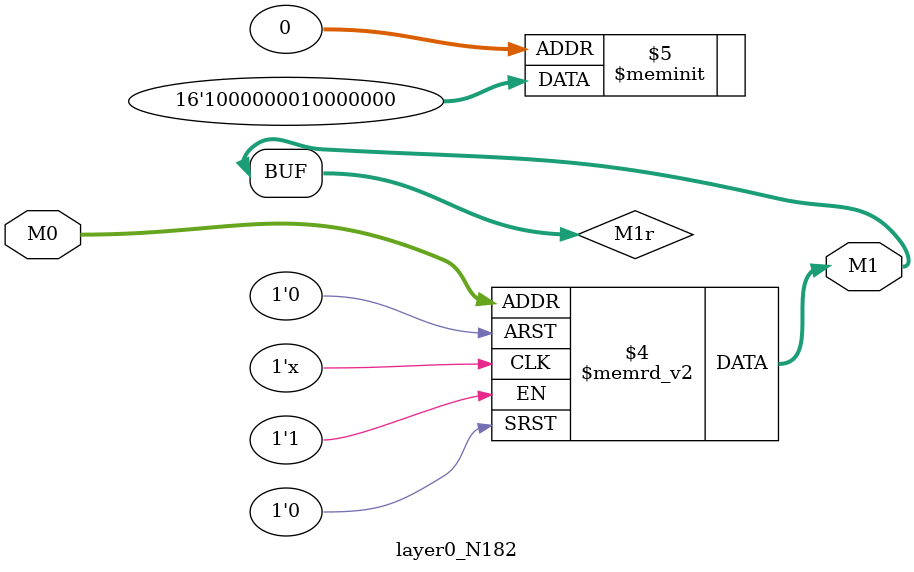
<source format=v>
module layer0_N182 ( input [2:0] M0, output [1:0] M1 );

	(*rom_style = "distributed" *) reg [1:0] M1r;
	assign M1 = M1r;
	always @ (M0) begin
		case (M0)
			3'b000: M1r = 2'b00;
			3'b100: M1r = 2'b00;
			3'b010: M1r = 2'b00;
			3'b110: M1r = 2'b00;
			3'b001: M1r = 2'b00;
			3'b101: M1r = 2'b00;
			3'b011: M1r = 2'b10;
			3'b111: M1r = 2'b10;

		endcase
	end
endmodule

</source>
